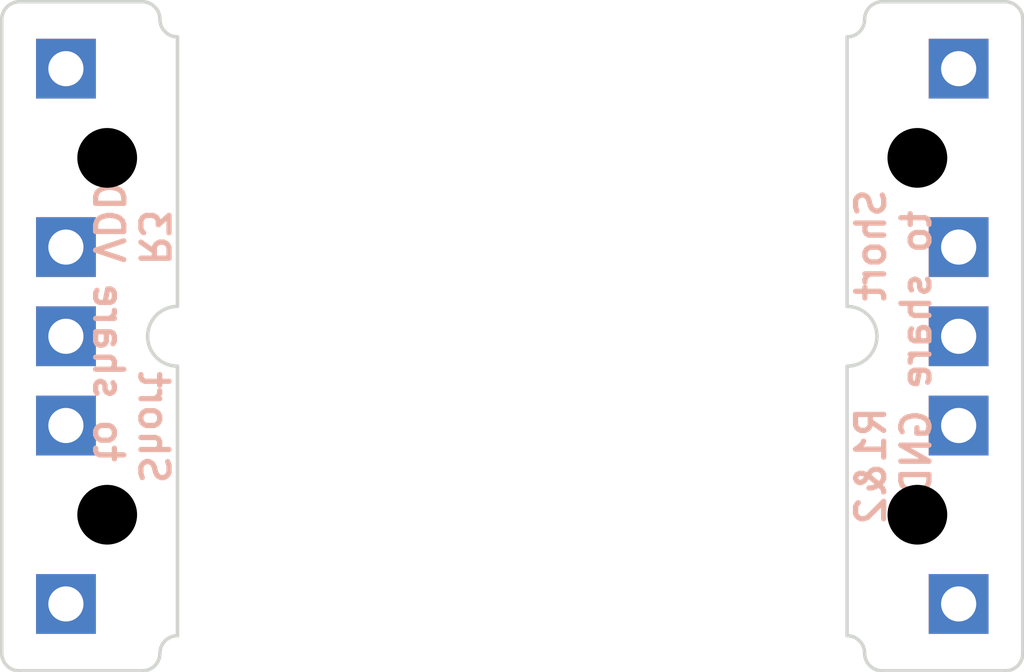
<source format=kicad_pcb>
(kicad_pcb (version 20221018) (generator pcbnew)
  (layers (0 "F.Cu" signal) (31 "B.Cu" signal) (34 "B.Paste" user) (35 "F.Paste" user) (36 "B.SilkS" user "B.Silkscreen") (37 "F.SilkS" user "F.Silkscreen") (38 "B.Mask" user) (39 "F.Mask" user) (44 "Edge.Cuts" user))
  (net 0 "")
  (footprint "" (layer "F.Cu") (at 81.28 81.28 -90)
    (fp_text reference "" (at 0 0 90) (layer "F.SilkS") (effects (font (size 1.27 1.27))))
    (fp_text value "" (at 0 0 90) (layer "F.SilkS") (effects (font (size 1.27 1.27))))
    (pad "1" thru_hole rect (at 0 0) (size 1.7 1.7) (drill 1) (layers "*.Cu" "*.Mask"))
  )
  (footprint "" (layer "F.Cu") (at 106.68 81.28 180)
    (fp_text reference "" (at 0 0) (layer "F.SilkS") (effects (font (size 1.27 1.27))))
    (fp_text value "" (at 0 0) (layer "F.SilkS") (effects (font (size 1.27 1.27))))
    (pad "1" thru_hole rect (at 0 0 180) (size 1.7 1.7) (drill 1) (layers "*.Cu" "*.Mask"))
  )
  (footprint "PCM_kikit:NPTH" (layer "F.Cu") (at 82.455 73.66)
    (fp_text reference "H1" hide)
    (fp_text value "NPTH" hide)
    (pad "" np_thru_hole circle (at 0 0) (size 1.7 1.7) (drill 1.7) (layers "*.Mask"))
  )
  (footprint "" (layer "F.Cu") (at 106.68 71.12 90)
    (fp_text reference "" (at 0 0 90) (layer "F.SilkS") (effects (font (size 1.27 1.27))))
    (fp_text value "" (at 0 0 90) (layer "F.SilkS") (effects (font (size 1.27 1.27))))
    (pad "1" thru_hole rect (at 0 0 180) (size 1.7 1.7) (drill 1) (layers "*.Cu" "*.Mask"))
  )
  (footprint "" (layer "F.Cu") (at 81.28 76.2)
    (fp_text reference "" (at 0 0) (layer "F.SilkS") (effects (font (size 1.27 1.27))))
    (fp_text value "" (at 0 0) (layer "F.SilkS") (effects (font (size 1.27 1.27))))
    (pad "1" thru_hole rect (at 0 0) (size 1.7 1.7) (drill 1) (layers "*.Cu" "*.Mask"))
  )
  (footprint "" (layer "F.Cu") (at 81.28 86.36 -90)
    (fp_text reference "" (at 0 0 90) (layer "F.SilkS") (effects (font (size 1.27 1.27))))
    (fp_text value "" (at 0 0 90) (layer "F.SilkS") (effects (font (size 1.27 1.27))))
    (pad "1" thru_hole rect (at 0 0) (size 1.7 1.7) (drill 1) (layers "*.Cu" "*.Mask"))
  )
  (footprint "PCM_kikit:NPTH" (layer "F.Cu") (at 105.505 73.66)
    (fp_text reference "H3" hide)
    (fp_text value "NPTH" hide)
    (pad "" np_thru_hole circle (at 0 0) (size 1.7 1.7) (drill 1.7) (layers "*.Mask"))
  )
  (footprint "PCM_kikit:NPTH" (layer "F.Cu") (at 82.455 83.82)
    (fp_text reference "H2" hide)
    (fp_text value "NPTH" hide)
    (pad "" np_thru_hole circle (at 0 0) (size 1.7 1.7) (drill 1.7) (layers "*.Mask"))
  )
  (footprint "PCM_kikit:NPTH" (layer "F.Cu") (at 105.505 83.82)
    (fp_text reference "H4" hide)
    (fp_text value "NPTH" hide)
    (pad "" np_thru_hole circle (at 0 0) (size 1.7 1.7) (drill 1.7) (layers "*.Mask"))
  )
  (footprint "" (layer "F.Cu") (at 106.68 86.36 90)
    (fp_text reference "" (at 0 0 90) (layer "F.SilkS") (effects (font (size 1.27 1.27))))
    (fp_text value "" (at 0 0 90) (layer "F.SilkS") (effects (font (size 1.27 1.27))))
    (pad "1" thru_hole rect (at 0 0 180) (size 1.7 1.7) (drill 1) (layers "*.Cu" "*.Mask"))
  )
  (footprint "" (layer "F.Cu") (at 106.68 78.74 180)
    (fp_text reference "" (at 0 0) (layer "F.SilkS") (effects (font (size 1.27 1.27))))
    (fp_text value "" (at 0 0) (layer "F.SilkS") (effects (font (size 1.27 1.27))))
    (pad "1" thru_hole rect (at 0 0 180) (size 1.7 1.7) (drill 1) (layers "*.Cu" "*.Mask"))
  )
  (footprint "" (layer "F.Cu") (at 81.28 78.74)
    (fp_text reference "" (at 0 0) (layer "F.SilkS") (effects (font (size 1.27 1.27))))
    (fp_text value "" (at 0 0) (layer "F.SilkS") (effects (font (size 1.27 1.27))))
    (pad "1" thru_hole rect (at 0 0) (size 1.7 1.7) (drill 1) (layers "*.Cu" "*.Mask"))
  )
  (footprint "" (layer "F.Cu") (at 81.28 71.12 -90)
    (fp_text reference "" (at 0 0 90) (layer "F.SilkS") (effects (font (size 1.27 1.27))))
    (fp_text value "" (at 0 0 90) (layer "F.SilkS") (effects (font (size 1.27 1.27))))
    (pad "1" thru_hole rect (at 0 0) (size 1.7 1.7) (drill 1) (layers "*.Cu" "*.Mask"))
  )
  (footprint "" (layer "F.Cu") (at 106.68 76.2 90)
    (fp_text reference "" (at 0 0 90) (layer "F.SilkS") (effects (font (size 1.27 1.27))))
    (fp_text value "" (at 0 0 90) (layer "F.SilkS") (effects (font (size 1.27 1.27))))
    (pad "1" thru_hole rect (at 0 0 180) (size 1.7 1.7) (drill 1) (layers "*.Cu" "*.Mask"))
  )
  (gr_arc (start 83.455 69.215) (mid 83.808553 69.361447) (end 83.955 69.715) (stroke (width 0.1)) (layer "Edge.Cuts"))
  (gr_line (start 83.455 69.215) (end 79.955 69.215) (stroke (width 0.1)) (layer "Edge.Cuts"))
  (gr_arc (start 84.455 70.215) (mid 84.101447 70.068553) (end 83.955 69.715) (stroke (width 0.1)) (layer "Edge.Cuts"))
  (gr_arc (start 104.005 69.715) (mid 104.151447 69.361447) (end 104.505 69.215) (stroke (width 0.1)) (layer "Edge.Cuts"))
  (gr_line (start 103.505 77.89) (end 103.505 70.215) (stroke (width 0.1)) (layer "Edge.Cuts"))
  (gr_arc (start 79.455 69.715) (mid 79.601447 69.361447) (end 79.955 69.215) (stroke (width 0.1)) (layer "Edge.Cuts"))
  (gr_arc (start 83.955 87.765) (mid 83.808553 88.118553) (end 83.455 88.265) (stroke (width 0.1)) (layer "Edge.Cuts"))
  (gr_line (start 84.455 70.215) (end 84.455 77.89) (stroke (width 0.1)) (layer "Edge.Cuts"))
  (gr_arc (start 103.505 77.89) (mid 104.355 78.74) (end 103.505 79.59) (stroke (width 0.1)) (layer "Edge.Cuts"))
  (gr_line (start 103.505 87.265) (end 103.505 79.59) (stroke (width 0.1)) (layer "Edge.Cuts"))
  (gr_line (start 84.455 79.59) (end 84.455 87.265) (stroke (width 0.1)) (layer "Edge.Cuts"))
  (gr_line (start 104.505 69.215) (end 108.005 69.215) (stroke (width 0.1)) (layer "Edge.Cuts"))
  (gr_arc (start 79.955 88.265) (mid 79.601447 88.118553) (end 79.455 87.765) (stroke (width 0.1)) (layer "Edge.Cuts"))
  (gr_line (start 104.505 88.265) (end 108.005 88.265) (stroke (width 0.1)) (layer "Edge.Cuts"))
  (gr_arc (start 84.455 79.59) (mid 83.605 78.74) (end 84.455 77.89) (stroke (width 0.1)) (layer "Edge.Cuts"))
  (gr_line (start 83.455 88.265) (end 79.955 88.265) (stroke (width 0.1)) (layer "Edge.Cuts"))
  (gr_line (start 79.455 87.765) (end 79.455 69.715) (stroke (width 0.1)) (layer "Edge.Cuts"))
  (gr_arc (start 104.005 69.715) (mid 103.858553 70.068553) (end 103.505 70.215) (stroke (width 0.1)) (layer "Edge.Cuts"))
  (gr_arc (start 108.505 87.765) (mid 108.358553 88.118553) (end 108.005 88.265) (stroke (width 0.1)) (layer "Edge.Cuts"))
  (gr_line (start 108.505 69.715) (end 108.505 87.765) (stroke (width 0.1)) (layer "Edge.Cuts"))
  (gr_arc (start 83.955 87.765) (mid 84.101447 87.411447) (end 84.455 87.265) (stroke (width 0.1)) (layer "Edge.Cuts"))
  (gr_arc (start 108.005 69.215) (mid 108.358553 69.361447) (end 108.505 69.715) (stroke (width 0.1)) (layer "Edge.Cuts"))
  (gr_arc (start 103.505 87.265) (mid 103.858553 87.411447) (end 104.005 87.765) (stroke (width 0.1)) (layer "Edge.Cuts"))
  (gr_arc (start 104.505 88.265) (mid 104.151447 88.118553) (end 104.005 87.765) (stroke (width 0.1)) (layer "Edge.Cuts"))
  (gr_text "Short     R1&2\n to share GND" (at 105.94 74.465 90) (layer "B.SilkS") (effects (font (size 0.8 0.8)) (justify left bottom mirror)))
  (gr_text "Short     R3\n to share VDD" (at 82.02 83.015 270) (layer "B.SilkS") (effects (font (size 0.8 0.8)) (justify left bottom mirror)))
)
</source>
